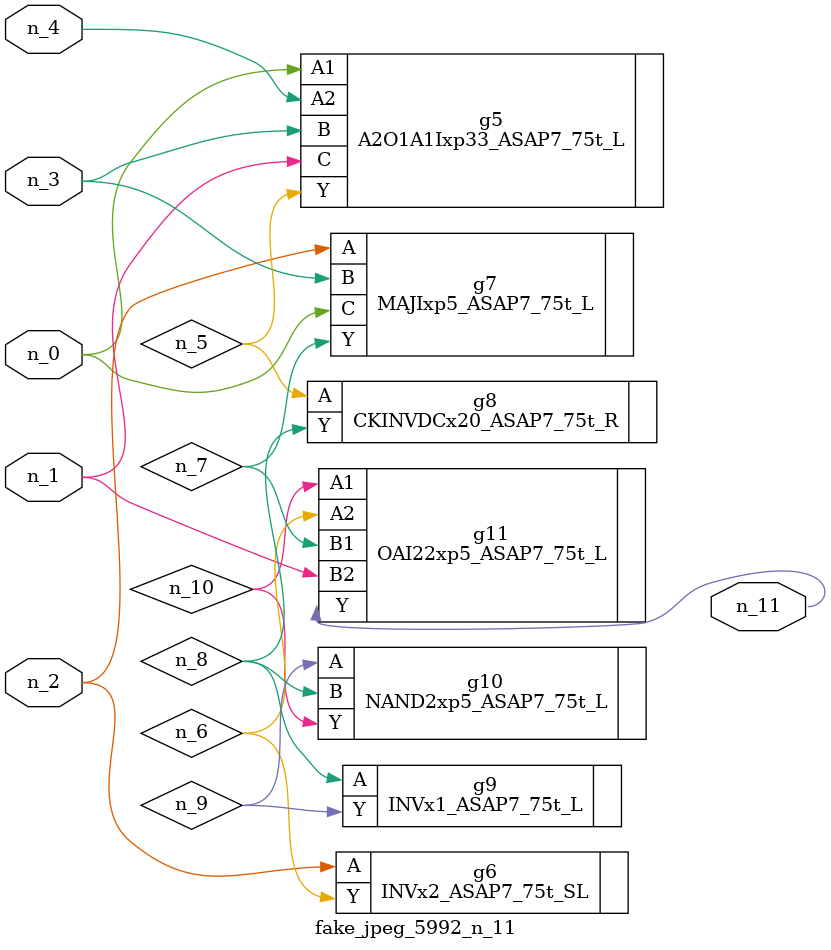
<source format=v>
module fake_jpeg_5992_n_11 (n_3, n_2, n_1, n_0, n_4, n_11);

input n_3;
input n_2;
input n_1;
input n_0;
input n_4;

output n_11;

wire n_10;
wire n_8;
wire n_9;
wire n_6;
wire n_5;
wire n_7;

A2O1A1Ixp33_ASAP7_75t_L g5 ( 
.A1(n_0),
.A2(n_4),
.B(n_3),
.C(n_1),
.Y(n_5)
);

INVx2_ASAP7_75t_SL g6 ( 
.A(n_2),
.Y(n_6)
);

MAJIxp5_ASAP7_75t_L g7 ( 
.A(n_2),
.B(n_3),
.C(n_0),
.Y(n_7)
);

CKINVDCx20_ASAP7_75t_R g8 ( 
.A(n_5),
.Y(n_8)
);

INVx1_ASAP7_75t_L g9 ( 
.A(n_8),
.Y(n_9)
);

NAND2xp5_ASAP7_75t_L g10 ( 
.A(n_9),
.B(n_8),
.Y(n_10)
);

OAI22xp5_ASAP7_75t_L g11 ( 
.A1(n_10),
.A2(n_6),
.B1(n_7),
.B2(n_1),
.Y(n_11)
);


endmodule
</source>
